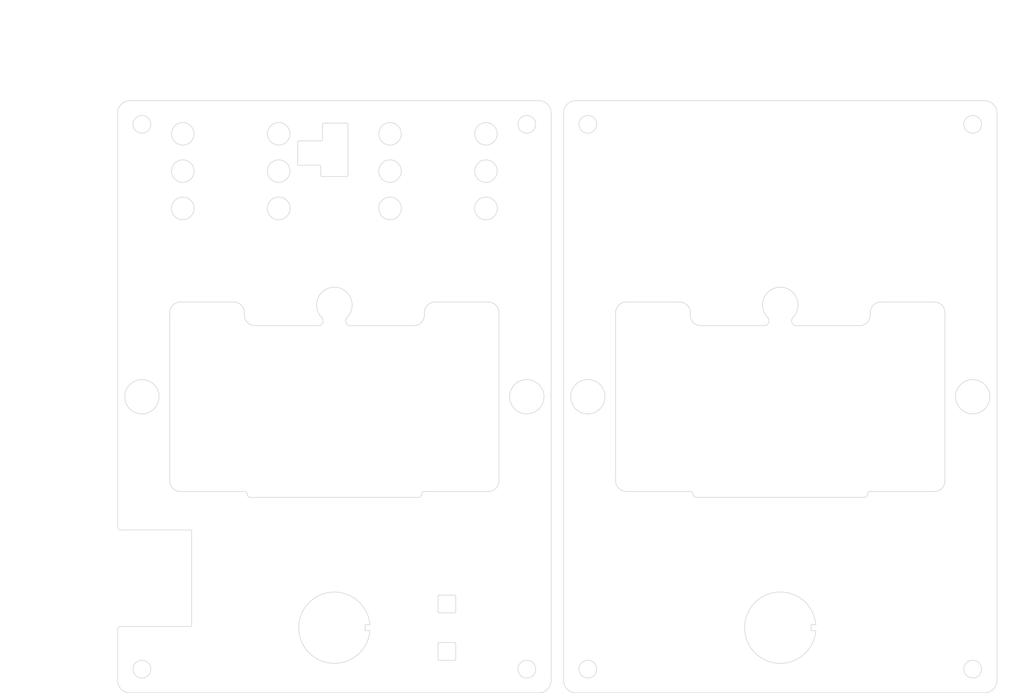
<source format=kicad_pcb>
(kicad_pcb (version 20171130) (host pcbnew "(5.1.6)-1")

  (general
    (thickness 1.6)
    (drawings 225)
    (tracks 0)
    (zones 0)
    (modules 0)
    (nets 1)
  )

  (page A4)
  (layers
    (0 F.Cu signal)
    (31 B.Cu signal)
    (32 B.Adhes user)
    (33 F.Adhes user)
    (34 B.Paste user)
    (35 F.Paste user)
    (36 B.SilkS user)
    (37 F.SilkS user)
    (38 B.Mask user)
    (39 F.Mask user)
    (40 Dwgs.User user)
    (41 Cmts.User user)
    (42 Eco1.User user)
    (43 Eco2.User user)
    (44 Edge.Cuts user)
    (45 Margin user)
    (46 B.CrtYd user)
    (47 F.CrtYd user)
    (48 B.Fab user)
    (49 F.Fab user)
  )

  (setup
    (last_trace_width 0.25)
    (user_trace_width 0.3)
    (user_trace_width 0.4)
    (user_trace_width 0.5)
    (user_trace_width 0.75)
    (user_trace_width 1)
    (user_trace_width 2)
    (user_trace_width 3)
    (user_trace_width 0.3)
    (user_trace_width 0.4)
    (user_trace_width 0.5)
    (user_trace_width 0.75)
    (user_trace_width 1)
    (user_trace_width 2)
    (user_trace_width 3)
    (user_trace_width 0.3)
    (user_trace_width 0.4)
    (user_trace_width 0.5)
    (user_trace_width 0.75)
    (user_trace_width 1)
    (user_trace_width 2)
    (user_trace_width 3)
    (user_trace_width 0.3)
    (user_trace_width 0.4)
    (user_trace_width 0.5)
    (user_trace_width 0.75)
    (user_trace_width 1)
    (user_trace_width 2)
    (user_trace_width 3)
    (user_trace_width 0.3)
    (user_trace_width 0.4)
    (user_trace_width 0.5)
    (user_trace_width 0.75)
    (user_trace_width 1)
    (user_trace_width 2)
    (user_trace_width 3)
    (user_trace_width 0.3)
    (user_trace_width 0.4)
    (user_trace_width 0.5)
    (user_trace_width 0.75)
    (user_trace_width 1)
    (user_trace_width 2)
    (user_trace_width 3)
    (user_trace_width 0.3)
    (user_trace_width 0.4)
    (user_trace_width 0.5)
    (user_trace_width 0.75)
    (user_trace_width 1)
    (user_trace_width 2)
    (user_trace_width 3)
    (user_trace_width 0.3)
    (user_trace_width 0.4)
    (user_trace_width 0.5)
    (user_trace_width 0.75)
    (user_trace_width 1)
    (user_trace_width 2)
    (user_trace_width 3)
    (user_trace_width 0.3)
    (user_trace_width 0.4)
    (user_trace_width 0.5)
    (user_trace_width 0.75)
    (user_trace_width 1)
    (user_trace_width 2)
    (user_trace_width 3)
    (user_trace_width 0.3)
    (user_trace_width 0.4)
    (user_trace_width 0.5)
    (user_trace_width 0.75)
    (user_trace_width 1)
    (user_trace_width 2)
    (user_trace_width 3)
    (user_trace_width 0.3)
    (user_trace_width 0.4)
    (user_trace_width 0.5)
    (user_trace_width 0.75)
    (user_trace_width 1)
    (user_trace_width 2)
    (user_trace_width 3)
    (user_trace_width 0.3)
    (user_trace_width 0.4)
    (user_trace_width 0.5)
    (user_trace_width 0.75)
    (user_trace_width 1)
    (user_trace_width 2)
    (user_trace_width 3)
    (user_trace_width 0.3)
    (user_trace_width 0.4)
    (user_trace_width 0.5)
    (user_trace_width 0.75)
    (user_trace_width 1)
    (user_trace_width 2)
    (user_trace_width 3)
    (user_trace_width 0.3)
    (user_trace_width 0.4)
    (user_trace_width 0.5)
    (user_trace_width 0.75)
    (user_trace_width 1)
    (user_trace_width 2)
    (user_trace_width 3)
    (user_trace_width 0.3)
    (user_trace_width 0.4)
    (user_trace_width 0.5)
    (user_trace_width 0.75)
    (user_trace_width 1)
    (user_trace_width 2)
    (user_trace_width 3)
    (user_trace_width 0.3)
    (user_trace_width 0.4)
    (user_trace_width 0.5)
    (user_trace_width 0.75)
    (user_trace_width 1)
    (user_trace_width 2)
    (user_trace_width 3)
    (trace_clearance 0.2)
    (zone_clearance 0.5)
    (zone_45_only yes)
    (trace_min 0.16)
    (via_size 0.8)
    (via_drill 0.4)
    (via_min_size 0.4)
    (via_min_drill 0.3)
    (user_via 0.65 0.3)
    (user_via 0.65 0.3)
    (user_via 0.65 0.3)
    (user_via 0.65 0.3)
    (user_via 0.65 0.3)
    (user_via 0.65 0.3)
    (user_via 0.65 0.3)
    (user_via 0.65 0.3)
    (user_via 0.65 0.3)
    (user_via 0.65 0.3)
    (user_via 0.65 0.3)
    (user_via 0.65 0.3)
    (user_via 0.65 0.3)
    (user_via 0.65 0.3)
    (user_via 0.65 0.3)
    (user_via 0.65 0.3)
    (uvia_size 0.3)
    (uvia_drill 0.1)
    (uvias_allowed no)
    (uvia_min_size 0.2)
    (uvia_min_drill 0.1)
    (edge_width 0.1)
    (segment_width 0.2)
    (pcb_text_width 0.3)
    (pcb_text_size 1.5 1.5)
    (mod_edge_width 0.15)
    (mod_text_size 1 1)
    (mod_text_width 0.15)
    (pad_size 5.5 5.5)
    (pad_drill 3.2)
    (pad_to_mask_clearance 0.05)
    (aux_axis_origin 111 49)
    (grid_origin 111 49)
    (visible_elements 7FFFFFFF)
    (pcbplotparams
      (layerselection 0x01000_7ffffffe)
      (usegerberextensions false)
      (usegerberattributes false)
      (usegerberadvancedattributes false)
      (creategerberjobfile false)
      (excludeedgelayer true)
      (linewidth 0.100000)
      (plotframeref false)
      (viasonmask false)
      (mode 1)
      (useauxorigin true)
      (hpglpennumber 1)
      (hpglpenspeed 20)
      (hpglpendiameter 15.000000)
      (psnegative false)
      (psa4output false)
      (plotreference true)
      (plotvalue true)
      (plotinvisibletext false)
      (padsonsilk false)
      (subtractmaskfromsilk true)
      (outputformat 3)
      (mirror false)
      (drillshape 0)
      (scaleselection 1)
      (outputdirectory "5_6_frame_Acryl3mm/"))
  )

  (net 0 "")

  (net_class Default "これはデフォルトのネット クラスです。"
    (clearance 0.2)
    (trace_width 0.25)
    (via_dia 0.8)
    (via_drill 0.4)
    (uvia_dia 0.3)
    (uvia_drill 0.1)
  )

  (dimension 4 (width 0.15) (layer Dwgs.User)
    (gr_text "4.000 mm" (at 165.2 140 270) (layer Dwgs.User)
      (effects (font (size 1 1) (thickness 0.15)))
    )
    (feature1 (pts (xy 166.5 142) (xy 165.913579 142)))
    (feature2 (pts (xy 166.5 138) (xy 165.913579 138)))
    (crossbar (pts (xy 166.5 138) (xy 166.5 142)))
    (arrow1a (pts (xy 166.5 142) (xy 165.913579 140.873496)))
    (arrow1b (pts (xy 166.5 142) (xy 167.086421 140.873496)))
    (arrow2a (pts (xy 166.5 138) (xy 165.913579 139.126504)))
    (arrow2b (pts (xy 166.5 138) (xy 167.086421 139.126504)))
  )
  (dimension 4 (width 0.15) (layer Dwgs.User)
    (gr_text "4.000 mm" (at 167.8 136 90) (layer Dwgs.User)
      (effects (font (size 1 1) (thickness 0.15)))
    )
    (feature1 (pts (xy 166.5 134) (xy 167.086421 134)))
    (feature2 (pts (xy 166.5 138) (xy 167.086421 138)))
    (crossbar (pts (xy 166.5 138) (xy 166.5 134)))
    (arrow1a (pts (xy 166.5 134) (xy 167.086421 135.126504)))
    (arrow1b (pts (xy 166.5 134) (xy 165.913579 135.126504)))
    (arrow2a (pts (xy 166.5 138) (xy 167.086421 136.873496)))
    (arrow2b (pts (xy 166.5 138) (xy 165.913579 136.873496)))
  )
  (dimension 19 (width 0.15) (layer Dwgs.User)
    (gr_text "19.000 mm" (at 157 139.3) (layer Dwgs.User)
      (effects (font (size 1 1) (thickness 0.15)))
    )
    (feature1 (pts (xy 166.5 138) (xy 166.5 138.586421)))
    (feature2 (pts (xy 147.5 138) (xy 147.5 138.586421)))
    (crossbar (pts (xy 147.5 138) (xy 166.5 138)))
    (arrow1a (pts (xy 166.5 138) (xy 165.373496 138.586421)))
    (arrow1b (pts (xy 166.5 138) (xy 165.373496 137.413579)))
    (arrow2a (pts (xy 147.5 138) (xy 148.626504 138.586421)))
    (arrow2b (pts (xy 147.5 138) (xy 148.626504 137.413579)))
  )
  (gr_arc (start 123.2 137.6) (end 123.2 137.8) (angle -90) (layer Edge.Cuts) (width 0.1))
  (gr_arc (start 123.2 121.7) (end 123.4 121.7) (angle -90) (layer Edge.Cuts) (width 0.1))
  (gr_arc (start 167.8 140.7) (end 168 140.7) (angle -90) (layer Edge.Cuts) (width 0.1))
  (gr_arc (start 167.8 143.3) (end 167.8 143.5) (angle -90) (layer Edge.Cuts) (width 0.1))
  (gr_arc (start 165.2 143.3) (end 165 143.3) (angle -90) (layer Edge.Cuts) (width 0.1))
  (gr_arc (start 165.2 140.7) (end 165.2 140.5) (angle -90) (layer Edge.Cuts) (width 0.1))
  (gr_arc (start 167.8 132.7) (end 168 132.7) (angle -90) (layer Edge.Cuts) (width 0.1))
  (gr_arc (start 167.8 135.3) (end 167.8 135.5) (angle -90) (layer Edge.Cuts) (width 0.1))
  (gr_arc (start 165.2 135.3) (end 165 135.3) (angle -90) (layer Edge.Cuts) (width 0.1))
  (gr_arc (start 165.2 132.7) (end 165.2 132.5) (angle -90) (layer Edge.Cuts) (width 0.1))
  (gr_line (start 167.8 140.5) (end 165.2 140.5) (layer Edge.Cuts) (width 0.1))
  (gr_line (start 168 143.3) (end 168 140.7) (layer Edge.Cuts) (width 0.1))
  (gr_line (start 165.2 143.5) (end 167.8 143.5) (layer Edge.Cuts) (width 0.1))
  (gr_line (start 165 140.7) (end 165 143.3) (layer Edge.Cuts) (width 0.1))
  (gr_line (start 167.8 135.5) (end 165.2 135.5) (layer Edge.Cuts) (width 0.1))
  (gr_line (start 168 132.7) (end 168 135.3) (layer Edge.Cuts) (width 0.1))
  (gr_line (start 165.2 132.5) (end 167.8 132.5) (layer Edge.Cuts) (width 0.1))
  (gr_line (start 165 135.3) (end 165 132.7) (layer Edge.Cuts) (width 0.1))
  (gr_line (start 228 137.5) (end 228 138) (layer Edge.Cuts) (width 0.1) (tstamp 5F34CA4F))
  (gr_line (start 228 138) (end 228 138.5) (layer Edge.Cuts) (width 0.1) (tstamp 5F34CA4E))
  (gr_line (start 228 137.5) (end 228.8 137.5) (layer Edge.Cuts) (width 0.1) (tstamp 5F34CA4D))
  (gr_line (start 228 138.5) (end 228.8 138.5) (layer Edge.Cuts) (width 0.1) (tstamp 5F34CA4C))
  (gr_arc (start 222.8 138) (end 228.8 137.5) (angle -350.4727166) (layer Edge.Cuts) (width 0.1) (tstamp 5F34CA4B))
  (gr_line (start 222.8 138.7) (end 222.8 137.3) (layer Dwgs.User) (width 0.15))
  (gr_line (start 222.8 138) (end 223.6 138) (layer Dwgs.User) (width 0.15))
  (gr_line (start 222.8 138) (end 222.1 138) (layer Dwgs.User) (width 0.15))
  (gr_line (start 152.7 137.5) (end 153.5 137.5) (layer Edge.Cuts) (width 0.1) (tstamp 5F34C996))
  (gr_line (start 152.7 137.5) (end 152.7 138) (layer Edge.Cuts) (width 0.1) (tstamp 5F34C994))
  (gr_line (start 152.7 138.5) (end 153.5 138.5) (layer Edge.Cuts) (width 0.1))
  (gr_line (start 152.7 138) (end 152.7 138.5) (layer Edge.Cuts) (width 0.1))
  (dimension 148.5 (width 0.15) (layer Cmts.User)
    (gr_text "148.500 mm" (at 185.15 45.7) (layer Cmts.User)
      (effects (font (size 1 1) (thickness 0.15)))
    )
    (feature1 (pts (xy 259.4 149) (xy 259.4 46.413579)))
    (feature2 (pts (xy 110.9 149) (xy 110.9 46.413579)))
    (crossbar (pts (xy 110.9 47) (xy 259.4 47)))
    (arrow1a (pts (xy 259.4 47) (xy 258.273496 47.586421)))
    (arrow1b (pts (xy 259.4 47) (xy 258.273496 46.413579)))
    (arrow2a (pts (xy 110.9 47) (xy 112.026504 47.586421)))
    (arrow2b (pts (xy 110.9 47) (xy 112.026504 46.413579)))
  )
  (dimension 100 (width 0.15) (layer Cmts.User)
    (gr_text "100.000 mm" (at 262.6 99 270) (layer Cmts.User)
      (effects (font (size 1 1) (thickness 0.15)))
    )
    (feature1 (pts (xy 110.9 149) (xy 261.886421 149)))
    (feature2 (pts (xy 110.9 49) (xy 261.886421 49)))
    (crossbar (pts (xy 261.3 49) (xy 261.3 149)))
    (arrow1a (pts (xy 261.3 149) (xy 260.713579 147.873496)))
    (arrow1b (pts (xy 261.3 149) (xy 261.886421 147.873496)))
    (arrow2a (pts (xy 261.3 49) (xy 260.713579 50.126504)))
    (arrow2b (pts (xy 261.3 49) (xy 261.886421 50.126504)))
  )
  (gr_arc (start 255.3 99) (end 255.3 101.9) (angle -180) (layer Edge.Cuts) (width 0.1))
  (gr_arc (start 255.3 99) (end 255.3 96.1) (angle -180) (layer Edge.Cuts) (width 0.1) (tstamp 5EF18507))
  (gr_arc (start 190.3 99) (end 190.3 96.1) (angle -180) (layer Edge.Cuts) (width 0.1))
  (gr_arc (start 190.3 99) (end 190.3 101.9) (angle -180) (layer Edge.Cuts) (width 0.1) (tstamp 5EF18527))
  (gr_line (start 196.8 115) (end 207.6 115) (layer Edge.Cuts) (width 0.1) (tstamp 5EFDA2CA))
  (gr_line (start 205.8 83) (end 196.8 83) (layer Edge.Cuts) (width 0.1) (tstamp 5EFDA2C9))
  (gr_arc (start 222.8 83.5) (end 225.8 83.5) (angle -180) (layer Edge.Cuts) (width 0.1) (tstamp 5EFDA2C8))
  (gr_line (start 220.1 87) (end 209.4 87) (layer Edge.Cuts) (width 0.1) (tstamp 5EFDA2C7))
  (gr_line (start 208.6 116) (end 237 116) (layer Edge.Cuts) (width 0.1) (tstamp 5EFDA2C6))
  (gr_line (start 225.500001 86.99998) (end 236.2 87) (layer Edge.Cuts) (width 0.1) (tstamp 5EFDA2C3))
  (gr_line (start 195 84.8) (end 195 113.2) (layer Edge.Cuts) (width 0.1) (tstamp 5EFDA2C2))
  (gr_line (start 238 115) (end 248.8 115) (layer Edge.Cuts) (width 0.1) (tstamp 5EFDA2C1))
  (gr_line (start 238 84.8) (end 238 85.2) (layer Edge.Cuts) (width 0.1) (tstamp 5EFDA2C0))
  (gr_line (start 250.6 113.2) (end 250.6 84.8) (layer Edge.Cuts) (width 0.1) (tstamp 5EFDA2BF))
  (gr_line (start 207.6 85.2) (end 207.6 84.8) (layer Edge.Cuts) (width 0.1) (tstamp 5EFDA2BE))
  (gr_line (start 248.8 83) (end 239.8 83) (layer Edge.Cuts) (width 0.1) (tstamp 5EFDA2BD))
  (gr_arc (start 196.8 84.8) (end 196.8 83) (angle -90) (layer Edge.Cuts) (width 0.1) (tstamp 5EFDA2BA))
  (gr_arc (start 236.2 85.2) (end 236.2 87) (angle -90) (layer Edge.Cuts) (width 0.1) (tstamp 5EFDA2B9))
  (gr_arc (start 209.4 85.2) (end 207.6 85.2) (angle -90) (layer Edge.Cuts) (width 0.1) (tstamp 5EFDA2B8))
  (gr_arc (start 248.8 113.2) (end 248.8 115) (angle -90) (layer Edge.Cuts) (width 0.1) (tstamp 5EFDA2B7))
  (gr_arc (start 239.8 84.8) (end 239.8 83) (angle -90) (layer Edge.Cuts) (width 0.1) (tstamp 5EFDA2B6))
  (gr_arc (start 248.8 84.8) (end 250.6 84.8) (angle -90) (layer Edge.Cuts) (width 0.1) (tstamp 5EFDA2B5))
  (gr_arc (start 196.8 113.2) (end 195 113.2) (angle -90) (layer Edge.Cuts) (width 0.1) (tstamp 5EFDA2B4))
  (gr_arc (start 205.8 84.8) (end 207.6 84.8) (angle -90) (layer Edge.Cuts) (width 0.1) (tstamp 5EFDA2B3))
  (gr_arc (start 225.505405 86.2) (end 224.809503 85.805389) (angle -119.1683184) (layer Edge.Cuts) (width 0.1) (tstamp 5EFDA2B2))
  (gr_line (start 224.921319 85.621319) (end 224.809503 85.805389) (layer Edge.Cuts) (width 0.1) (tstamp 5EFDA2B1))
  (gr_line (start 220.794595 85.803089) (end 220.67868 85.62132) (layer Edge.Cuts) (width 0.1) (tstamp 5EFDA2B0))
  (gr_arc (start 208.6 115.5) (end 208.1 115.5) (angle -90) (layer Edge.Cuts) (width 0.1) (tstamp 5EFDA2AF))
  (gr_arc (start 207.6 115.5) (end 208.1 115.5) (angle -90) (layer Edge.Cuts) (width 0.1) (tstamp 5EFDA2AE))
  (gr_arc (start 222.8 83.5) (end 219.8 83.5) (angle -45) (layer Edge.Cuts) (width 0.1) (tstamp 5EFDA2AD))
  (gr_arc (start 220.1 86.2) (end 220.1 87) (angle -119.7448813) (layer Edge.Cuts) (width 0.1) (tstamp 5EFDA2AC))
  (gr_arc (start 238 115.5) (end 238 115) (angle -90) (layer Edge.Cuts) (width 0.1) (tstamp 5EFDA2AB))
  (gr_arc (start 237 115.5) (end 237 116) (angle -90) (layer Edge.Cuts) (width 0.1) (tstamp 5EFDA2AA))
  (gr_arc (start 222.8 83.5) (end 224.921319 85.621319) (angle -45) (layer Edge.Cuts) (width 0.1) (tstamp 5EFDA2A9))
  (gr_line (start 149.621319 85.621319) (end 149.509503 85.805389) (layer Edge.Cuts) (width 0.1) (tstamp 5EFDA17B))
  (gr_arc (start 150.205405 86.2) (end 149.509503 85.805389) (angle -119.1683184) (layer Edge.Cuts) (width 0.1))
  (gr_line (start 145.494595 85.803089) (end 145.37868 85.62132) (layer Edge.Cuts) (width 0.1) (tstamp 5EFDA15F))
  (gr_arc (start 144.8 86.2) (end 144.8 87) (angle -119.7448813) (layer Edge.Cuts) (width 0.1))
  (gr_arc (start 162.7 115.5) (end 162.7 115) (angle -90) (layer Edge.Cuts) (width 0.1) (tstamp 5EFDA146))
  (gr_arc (start 161.7 115.5) (end 161.7 116) (angle -90) (layer Edge.Cuts) (width 0.1) (tstamp 5EFDA145))
  (gr_arc (start 133.3 115.5) (end 132.8 115.5) (angle -90) (layer Edge.Cuts) (width 0.1))
  (gr_arc (start 132.3 115.5) (end 132.8 115.5) (angle -90) (layer Edge.Cuts) (width 0.1))
  (gr_arc (start 147.5 83.5) (end 149.621319 85.621319) (angle -45) (layer Edge.Cuts) (width 0.1))
  (gr_arc (start 147.5 83.5) (end 144.5 83.5) (angle -45) (layer Edge.Cuts) (width 0.1))
  (gr_arc (start 160.9 85.2) (end 160.9 87) (angle -90) (layer Edge.Cuts) (width 0.1) (tstamp 5EFDA11E))
  (gr_arc (start 134.1 85.2) (end 132.3 85.2) (angle -90) (layer Edge.Cuts) (width 0.1) (tstamp 5EFDA106))
  (gr_arc (start 130.5 84.8) (end 132.3 84.8) (angle -90) (layer Edge.Cuts) (width 0.1) (tstamp 5EFDA101))
  (gr_arc (start 164.5 84.8) (end 164.5 83) (angle -90) (layer Edge.Cuts) (width 0.1) (tstamp 5EFDA0FE))
  (gr_arc (start 173.5 84.8) (end 175.3 84.8) (angle -90) (layer Edge.Cuts) (width 0.1) (tstamp 5EFDA0FB))
  (gr_arc (start 173.5 113.2) (end 173.5 115) (angle -90) (layer Edge.Cuts) (width 0.1) (tstamp 5EFDA0F8))
  (gr_arc (start 121.5 113.2) (end 119.7 113.2) (angle -90) (layer Edge.Cuts) (width 0.1) (tstamp 5EFDA0F5))
  (gr_arc (start 121.5 84.8) (end 121.5 83) (angle -90) (layer Edge.Cuts) (width 0.1))
  (gr_arc (start 141.5 56) (end 141.5 55.8) (angle -90) (layer Edge.Cuts) (width 0.1))
  (gr_arc (start 141.5 59.7) (end 141.3 59.7) (angle -90) (layer Edge.Cuts) (width 0.1))
  (gr_arc (start 145 60.1) (end 145.2 60.1) (angle -90) (layer Edge.Cuts) (width 0.1))
  (gr_arc (start 145.4 61.6) (end 145.2 61.6) (angle -90) (layer Edge.Cuts) (width 0.1))
  (gr_arc (start 149.6 61.6) (end 149.6 61.8) (angle -90) (layer Edge.Cuts) (width 0.1))
  (gr_arc (start 149.6 53) (end 149.8 53) (angle -90) (layer Edge.Cuts) (width 0.1))
  (gr_arc (start 145.7 53) (end 145.7 52.8) (angle -90) (layer Edge.Cuts) (width 0.1))
  (gr_arc (start 145.3 55.6) (end 145.3 55.8) (angle -90) (layer Edge.Cuts) (width 0.1))
  (gr_line (start 141.3 59.7) (end 141.3 56) (layer Edge.Cuts) (width 0.1) (tstamp 5EF2AC67))
  (gr_line (start 145 59.9) (end 141.5 59.9) (layer Edge.Cuts) (width 0.1))
  (gr_line (start 145.2 61.6) (end 145.2 60.1) (layer Edge.Cuts) (width 0.1))
  (gr_line (start 149.6 61.8) (end 145.4 61.8) (layer Edge.Cuts) (width 0.1))
  (gr_line (start 149.8 53) (end 149.8 61.6) (layer Edge.Cuts) (width 0.1))
  (gr_line (start 145.7 52.8) (end 149.6 52.8) (layer Edge.Cuts) (width 0.1))
  (gr_line (start 145.5 55.6) (end 145.5 53) (layer Edge.Cuts) (width 0.1))
  (gr_line (start 141.5 55.8) (end 145.3 55.8) (layer Edge.Cuts) (width 0.1))
  (gr_line (start 259.4 95.6) (end 259.4 102.4) (layer Edge.Cuts) (width 0.1) (tstamp 5EF29E6C))
  (gr_line (start 186.2 102.4) (end 186.2 95.6) (layer Edge.Cuts) (width 0.1) (tstamp 5EF29E25))
  (gr_line (start 184.1 95.6) (end 184.1 102.4) (layer Edge.Cuts) (width 0.1) (tstamp 5EF29E23))
  (gr_arc (start 180 99) (end 180 101.9) (angle -180) (layer Edge.Cuts) (width 0.1))
  (gr_line (start 110.9 95.6) (end 110.9 102.4) (layer Edge.Cuts) (width 0.1) (tstamp 5EF29DF1))
  (gr_arc (start 115 99) (end 115 96.1) (angle -180) (layer Edge.Cuts) (width 0.1))
  (gr_circle (center 173.1 54.6) (end 171.2 54.6) (layer Edge.Cuts) (width 0.1) (tstamp 5EF19E55))
  (gr_circle (center 156.9 67.2) (end 155 67.4) (layer Edge.Cuts) (width 0.1) (tstamp 5EF19E54))
  (gr_circle (center 156.9 54.6) (end 155 54.7) (layer Edge.Cuts) (width 0.1) (tstamp 5EF19E53))
  (gr_circle (center 173.1 67.2) (end 171.2 67.5) (layer Edge.Cuts) (width 0.1) (tstamp 5EF19E52))
  (gr_circle (center 156.9 60.9) (end 155 61) (layer Edge.Cuts) (width 0.1) (tstamp 5EF19E51))
  (gr_circle (center 173.1 60.9) (end 171.2 61) (layer Edge.Cuts) (width 0.1) (tstamp 5EF19E50))
  (gr_circle (center 138.1 54.6) (end 136.2 54.6) (layer Edge.Cuts) (width 0.1))
  (gr_circle (center 138.1 60.9) (end 136.2 61) (layer Edge.Cuts) (width 0.1))
  (gr_circle (center 138.1 67.2) (end 136.2 67.5) (layer Edge.Cuts) (width 0.1))
  (gr_circle (center 121.9 67.2) (end 120 67.4) (layer Edge.Cuts) (width 0.1))
  (gr_circle (center 121.9 60.9) (end 120 61) (layer Edge.Cuts) (width 0.1))
  (gr_circle (center 121.9 54.6) (end 120 54.7) (layer Edge.Cuts) (width 0.1))
  (dimension 36.5 (width 0.15) (layer Dwgs.User)
    (gr_text "36.500 mm" (at 129.25 32.7) (layer Dwgs.User)
      (effects (font (size 1 1) (thickness 0.15)))
    )
    (feature1 (pts (xy 147.5 149) (xy 147.5 33.413579)))
    (feature2 (pts (xy 111 149) (xy 111 33.413579)))
    (crossbar (pts (xy 111 34) (xy 147.5 34)))
    (arrow1a (pts (xy 147.5 34) (xy 146.373496 34.586421)))
    (arrow1b (pts (xy 147.5 34) (xy 146.373496 33.413579)))
    (arrow2a (pts (xy 111 34) (xy 112.126504 34.586421)))
    (arrow2b (pts (xy 111 34) (xy 112.126504 33.413579)))
  )
  (gr_line (start 182 49) (end 113 49) (layer Edge.Cuts) (width 0.1) (tstamp 5EF167F8))
  (gr_arc (start 113 51.1) (end 113 49) (angle -90) (layer Edge.Cuts) (width 0.1))
  (gr_line (start 184.1 95.6) (end 184.1 51.1) (layer Edge.Cuts) (width 0.1) (tstamp 5EF167F2))
  (gr_arc (start 182 146.9) (end 182 149) (angle -90) (layer Edge.Cuts) (width 0.1) (tstamp 5EF182D1))
  (gr_arc (start 182 51.1) (end 184.1 51.1) (angle -90) (layer Edge.Cuts) (width 0.1) (tstamp 5EF182B7))
  (gr_arc (start 113 146.9) (end 110.9 146.9) (angle -90) (layer Edge.Cuts) (width 0.1) (tstamp 5EF182C4))
  (gr_line (start 150.200001 86.99998) (end 160.9 87) (layer Edge.Cuts) (width 0.1) (tstamp 5EF16DDD))
  (gr_line (start 111.4 121.5) (end 123.2 121.5) (layer Edge.Cuts) (width 0.1))
  (gr_circle (center 115 53) (end 116.5 53) (layer Edge.Cuts) (width 0.1))
  (gr_arc (start 111.4 121) (end 110.9 121) (angle -90) (layer Edge.Cuts) (width 0.1))
  (gr_line (start 123.2 137.8) (end 111.4 137.8) (layer Edge.Cuts) (width 0.1))
  (gr_circle (center 180 145) (end 181.5 145) (layer Edge.Cuts) (width 0.1))
  (gr_line (start 175.3 113.2) (end 175.3 84.8) (layer Edge.Cuts) (width 0.1))
  (gr_line (start 113 149) (end 182 149) (layer Edge.Cuts) (width 0.1) (tstamp 5EF172C2))
  (gr_line (start 162.7 115) (end 173.5 115) (layer Edge.Cuts) (width 0.1))
  (gr_line (start 110.9 138.3) (end 110.9 146.9) (layer Edge.Cuts) (width 0.1) (tstamp 5EF178ED))
  (gr_line (start 133.3 116) (end 161.7 116) (layer Edge.Cuts) (width 0.1))
  (gr_line (start 130.5 83) (end 121.5 83) (layer Edge.Cuts) (width 0.1))
  (gr_line (start 123.4 121.7) (end 123.4 137.6) (layer Edge.Cuts) (width 0.1))
  (gr_line (start 110.9 95.6) (end 110.9 51.1) (layer Edge.Cuts) (width 0.1) (tstamp 5EF16E12))
  (gr_line (start 162.7 84.8) (end 162.7 85.2) (layer Edge.Cuts) (width 0.1))
  (gr_line (start 119.7 84.8) (end 119.7 113.2) (layer Edge.Cuts) (width 0.1))
  (gr_line (start 121.5 115) (end 132.3 115) (layer Edge.Cuts) (width 0.1))
  (gr_line (start 132.3 85.2) (end 132.3 84.8) (layer Edge.Cuts) (width 0.1))
  (gr_line (start 144.8 87) (end 134.1 87) (layer Edge.Cuts) (width 0.1))
  (gr_arc (start 111.4 138.3) (end 111.4 137.8) (angle -90) (layer Edge.Cuts) (width 0.1))
  (gr_line (start 110.9 121) (end 110.9 102.4) (layer Edge.Cuts) (width 0.1) (tstamp 5EF16E0B))
  (gr_circle (center 180 53) (end 181.5 53) (layer Edge.Cuts) (width 0.1))
  (gr_line (start 173.5 83) (end 164.5 83) (layer Edge.Cuts) (width 0.1))
  (gr_circle (center 115 145) (end 113.5 145) (layer Edge.Cuts) (width 0.1))
  (gr_arc (start 147.5 138) (end 153.5 137.5) (angle -350.4727166) (layer Edge.Cuts) (width 0.1))
  (gr_line (start 184.1 102.4) (end 184.1 146.9) (layer Edge.Cuts) (width 0.1) (tstamp 5EF16DFF))
  (gr_arc (start 147.5 83.5) (end 150.5 83.5) (angle -180) (layer Edge.Cuts) (width 0.1))
  (gr_arc (start 180 99) (end 180 96.1) (angle -180) (layer Edge.Cuts) (width 0.1))
  (gr_arc (start 115 99) (end 115 101.9) (angle -180) (layer Edge.Cuts) (width 0.1))
  (gr_line (start 186.2 95.6) (end 186.2 51.1) (layer Edge.Cuts) (width 0.1) (tstamp 5EF1834C))
  (gr_line (start 186.2 146.9) (end 186.2 102.4) (layer Edge.Cuts) (width 0.1))
  (gr_line (start 259.4 102.4) (end 259.4 146.9) (layer Edge.Cuts) (width 0.1) (tstamp 5EF1833B))
  (gr_line (start 259.4 51.1) (end 259.4 95.6) (layer Edge.Cuts) (width 0.1))
  (gr_line (start 188.3 49) (end 257.3 49) (layer Edge.Cuts) (width 0.1) (tstamp 5EF18327))
  (gr_line (start 257.3 149) (end 188.3 149) (layer Edge.Cuts) (width 0.1) (tstamp 5EF1831F))
  (gr_arc (start 188.3 146.9) (end 186.2 146.9) (angle -90) (layer Edge.Cuts) (width 0.1) (tstamp 5EF182F2))
  (gr_arc (start 188.3 51.1) (end 188.3 49) (angle -90) (layer Edge.Cuts) (width 0.1) (tstamp 5EF182EA))
  (gr_arc (start 257.3 51.1) (end 259.4 51.1) (angle -90) (layer Edge.Cuts) (width 0.1) (tstamp 5EF182E3))
  (gr_arc (start 257.3 146.9) (end 257.3 149) (angle -90) (layer Edge.Cuts) (width 0.1) (tstamp 5EF182DD))
  (gr_circle (center 255.3 145) (end 256.8 145) (layer Edge.Cuts) (width 0.1) (tstamp 5EF18583))
  (gr_circle (center 255.3 53) (end 256.8 53) (layer Edge.Cuts) (width 0.1) (tstamp 5EF18582))
  (gr_circle (center 190.3 145) (end 188.8 145) (layer Edge.Cuts) (width 0.1) (tstamp 5EF1857D))
  (gr_circle (center 190.3 53) (end 191.8 53) (layer Edge.Cuts) (width 0.1) (tstamp 5EF18577))
  (gr_circle (center 126 91) (end 122.5 90.95) (layer Dwgs.User) (width 0.15))
  (gr_line (start 130.5 93.5) (end 130.5 88.5) (layer Dwgs.User) (width 0.15) (tstamp 5EED8B54))
  (gr_line (start 164.5 109.5) (end 181 109.5) (layer Dwgs.User) (width 0.15))
  (gr_line (start 164.5 104.5) (end 164.5 109.5) (layer Dwgs.User) (width 0.15))
  (gr_line (start 176 104.5) (end 164.5 104.5) (layer Dwgs.User) (width 0.15))
  (gr_line (start 176 103) (end 176 104.5) (layer Dwgs.User) (width 0.15))
  (gr_line (start 181 88.5) (end 180 88.5) (layer Dwgs.User) (width 0.15) (tstamp 5EEC7D2B))
  (gr_line (start 176 93.5) (end 176 95) (layer Dwgs.User) (width 0.15) (tstamp 5EEC7D2A))
  (gr_line (start 164.5 93.5) (end 176 93.5) (layer Dwgs.User) (width 0.15))
  (gr_line (start 164.5 88.5) (end 164.5 93.5) (layer Dwgs.User) (width 0.15))
  (gr_line (start 180 88.5) (end 164.5 88.5) (layer Dwgs.User) (width 0.15))
  (gr_line (start 119 103) (end 119 104.5) (layer Dwgs.User) (width 0.15) (tstamp 5EEC7D26))
  (gr_line (start 130.5 109.5) (end 114 109.5) (layer Dwgs.User) (width 0.15))
  (gr_line (start 130.5 104.5) (end 130.5 109.5) (layer Dwgs.User) (width 0.15))
  (gr_line (start 119 104.5) (end 130.5 104.5) (layer Dwgs.User) (width 0.15))
  (gr_line (start 130.5 88.5) (end 114 88.5) (layer Dwgs.User) (width 0.15))
  (gr_line (start 126 93.5) (end 130.5 93.5) (layer Dwgs.User) (width 0.15))
  (gr_line (start 119 93.5) (end 119 95) (layer Dwgs.User) (width 0.15) (tstamp 5EEC7D25))
  (gr_line (start 126 93.5) (end 119 93.5) (layer Dwgs.User) (width 0.15))
  (gr_line (start 124.5 121.5) (end 124.5 141) (layer Dwgs.User) (width 0.15) (tstamp 5EDE6C6F))
  (gr_line (start 114 118.5) (end 127.5 118.5) (layer Dwgs.User) (width 0.15))
  (gr_line (start 127.5 146) (end 127.5 118.5) (layer Dwgs.User) (width 0.15))
  (gr_line (start 124.5 121.5) (end 114 121.5) (layer Dwgs.User) (width 0.15))
  (gr_line (start 119 141) (end 124.5 141) (layer Dwgs.User) (width 0.15))
  (gr_line (start 111 99) (end 184 99) (layer Dwgs.User) (width 0.15))
  (gr_line (start 114 141) (end 114 130) (layer Dwgs.User) (width 0.15) (tstamp 5EC77A6E))
  (gr_line (start 119 141) (end 119 146) (layer Dwgs.User) (width 0.15))
  (gr_line (start 114 141) (end 119 141) (layer Dwgs.User) (width 0.15))
  (gr_line (start 176 141) (end 181 141) (layer Dwgs.User) (width 0.15))
  (gr_line (start 176 146) (end 176 141) (layer Dwgs.User) (width 0.15))
  (gr_line (start 176 103) (end 181 103) (layer Dwgs.User) (width 0.15))
  (gr_line (start 176 95) (end 176 103) (layer Dwgs.User) (width 0.15))
  (gr_line (start 181 95) (end 176 95) (layer Dwgs.User) (width 0.15))
  (gr_line (start 119 103) (end 114 103) (layer Dwgs.User) (width 0.15))
  (gr_line (start 119 95) (end 119 103) (layer Dwgs.User) (width 0.15))
  (gr_line (start 114 95) (end 119 95) (layer Dwgs.User) (width 0.15))
  (gr_line (start 181 141) (end 181 130) (layer Dwgs.User) (width 0.15) (tstamp 5EC765D5))
  (gr_line (start 181 130) (end 146 130) (layer Dwgs.User) (width 0.15) (tstamp 5EC75C1F))
  (gr_line (start 114 127) (end 181 127) (layer Dwgs.User) (width 0.15))
  (gr_line (start 146 130) (end 114 130) (layer Dwgs.User) (width 0.15))
  (gr_line (start 181 95) (end 181 75) (layer Dwgs.User) (width 0.15) (tstamp 5EC75B5A))
  (gr_line (start 181 127) (end 181 103) (layer Dwgs.User) (width 0.15))
  (gr_line (start 119 146) (end 176 146) (layer Dwgs.User) (width 0.15))
  (gr_line (start 114 103) (end 114 127) (layer Dwgs.User) (width 0.15))
  (gr_line (start 114 75) (end 114 95) (layer Dwgs.User) (width 0.15))
  (gr_line (start 176 57) (end 176 49) (layer Dwgs.User) (width 0.15))
  (gr_line (start 181 57) (end 176 57) (layer Dwgs.User) (width 0.15))
  (gr_line (start 181 75) (end 181 57) (layer Dwgs.User) (width 0.15))
  (gr_line (start 114 57) (end 114 75) (layer Dwgs.User) (width 0.15))
  (gr_line (start 119 57) (end 114 57) (layer Dwgs.User) (width 0.15))
  (gr_line (start 119 49) (end 119 57) (layer Dwgs.User) (width 0.15))
  (dimension 73 (width 0.15) (layer Dwgs.User)
    (gr_text "73.000 mm" (at 147.6 37.7) (layer Dwgs.User)
      (effects (font (size 1 1) (thickness 0.15)))
    )
    (feature1 (pts (xy 184.1 149) (xy 184.1 38.413579)))
    (feature2 (pts (xy 111.1 149) (xy 111.1 38.413579)))
    (crossbar (pts (xy 111.1 39) (xy 184.1 39)))
    (arrow1a (pts (xy 184.1 39) (xy 182.973496 39.586421)))
    (arrow1b (pts (xy 184.1 39) (xy 182.973496 38.413579)))
    (arrow2a (pts (xy 111.1 39) (xy 112.226504 39.586421)))
    (arrow2b (pts (xy 111.1 39) (xy 112.226504 38.413579)))
  )
  (dimension 50 (width 0.15) (layer Dwgs.User)
    (gr_text "50.000 mm" (at 94.7 74 270) (layer Dwgs.User)
      (effects (font (size 1 1) (thickness 0.15)))
    )
    (feature1 (pts (xy 111 99) (xy 95.413579 99)))
    (feature2 (pts (xy 111 49) (xy 95.413579 49)))
    (crossbar (pts (xy 96 49) (xy 96 99)))
    (arrow1a (pts (xy 96 99) (xy 95.413579 97.873496)))
    (arrow1b (pts (xy 96 99) (xy 96.586421 97.873496)))
    (arrow2a (pts (xy 96 49) (xy 95.413579 50.126504)))
    (arrow2b (pts (xy 96 49) (xy 96.586421 50.126504)))
  )
  (dimension 100 (width 0.15) (layer Dwgs.User)
    (gr_text "100.000 mm" (at 104.3 99 270) (layer Dwgs.User)
      (effects (font (size 1 1) (thickness 0.15)))
    )
    (feature1 (pts (xy 226.6 149) (xy 105.013579 149)))
    (feature2 (pts (xy 226.6 49) (xy 105.013579 49)))
    (crossbar (pts (xy 105.6 49) (xy 105.6 149)))
    (arrow1a (pts (xy 105.6 149) (xy 105.013579 147.873496)))
    (arrow1b (pts (xy 105.6 149) (xy 106.186421 147.873496)))
    (arrow2a (pts (xy 105.6 49) (xy 105.013579 50.126504)))
    (arrow2b (pts (xy 105.6 49) (xy 106.186421 50.126504)))
  )

)

</source>
